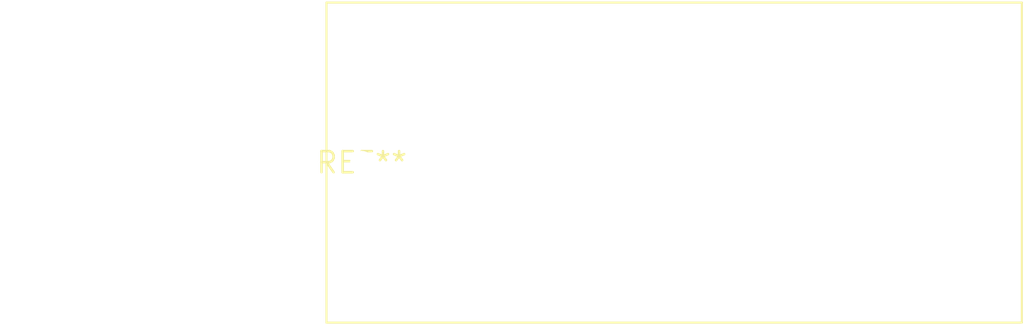
<source format=kicad_pcb>
(kicad_pcb (version 20240108) (generator "pcbnew") (generator_version "8.0")
  (layers (0 "F.Cu" signal) (31 "B.Cu" signal) (34 "B.Paste" user) (35 "F.Paste" user) (36 "B.SilkS" user "B.Silkscreen") (37 "F.SilkS" user "F.Silkscreen") (38 "B.Mask" user) (39 "F.Mask" user) (44 "Edge.Cuts" user))
  (net 0 "")
  (footprint "C_Rect_L41.5mm_W19.0mm_P37.50mm_MKS4" (layer "F.Cu") (at 0 0)
    (property "Reference" "REF**" (at 0 0 0) (layer "F.SilkS") (effects (font (size 1.27 1.27))))
    (property "Value" "C_Rect_L41.5mm_W19.0mm_P37.50mm_MKS4")
    (fp_line (start -2.12 -9.62) (end -2.12 9.62) (stroke (width 0.12)) (layer "F.SilkS"))
    (fp_line (start -2.12 -9.62) (end 39.62 -9.62) (stroke (width 0.12)) (layer "F.SilkS"))
    (fp_line (start -2.12 9.62) (end 39.62 9.62) (stroke (width 0.12)) (layer "F.SilkS"))
    (fp_line (start 39.62 -9.62) (end 39.62 9.62) (stroke (width 0.12)) (layer "F.SilkS"))
    (pad "1" thru_hole circle (at 0 0) (size 2.8 2.8) (drill 1.4) (layers "*.Cu" "*.Mask") (remove_unused_layers yes))
    (pad "2" thru_hole circle (at 37.5 0) (size 2.8 2.8) (drill 1.4) (layers "*.Cu" "*.Mask") (remove_unused_layers yes))
  )
)
</source>
